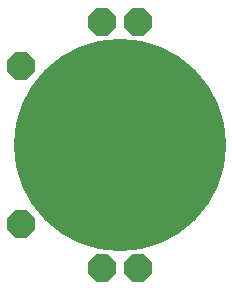
<source format=gbs>
G75*
%MOIN*%
%OFA0B0*%
%FSLAX25Y25*%
%IPPOS*%
%LPD*%
%AMOC8*
5,1,8,0,0,1.08239X$1,22.5*
%
%ADD10C,0.70800*%
%ADD11OC8,0.09400*%
D10*
X0046500Y0047550D03*
D11*
X0013375Y0021300D03*
X0040500Y0006550D03*
X0052500Y0006550D03*
X0013375Y0073800D03*
X0040500Y0088550D03*
X0052500Y0088550D03*
M02*

</source>
